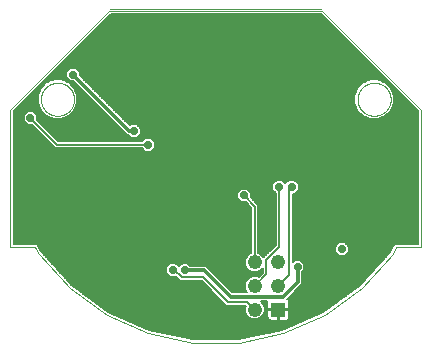
<source format=gbl>
G75*
%MOIN*%
%OFA0B0*%
%FSLAX25Y25*%
%IPPOS*%
%LPD*%
%AMOC8*
5,1,8,0,0,1.08239X$1,22.5*
%
%ADD10C,0.00000*%
%ADD11R,0.04800X0.04800*%
%ADD12C,0.04800*%
%ADD13C,0.11811*%
%ADD14C,0.02781*%
%ADD15C,0.03962*%
%ADD16C,0.04000*%
%ADD17C,0.00591*%
%ADD18C,0.01181*%
%ADD19C,0.00787*%
D10*
X0037313Y0048654D02*
X0051223Y0042461D01*
X0066117Y0039295D01*
X0081344Y0039295D01*
X0096237Y0042461D01*
X0110148Y0048654D01*
X0122466Y0057604D01*
X0132655Y0068919D01*
X0133959Y0071179D01*
X0142234Y0071179D01*
X0142234Y0116849D01*
X0109163Y0149919D01*
X0038297Y0149919D01*
X0005226Y0116849D01*
X0005226Y0071179D01*
X0013501Y0071179D01*
X0014806Y0068919D01*
X0024994Y0057604D01*
X0037313Y0048654D01*
X0015462Y0120412D02*
X0015464Y0120560D01*
X0015470Y0120708D01*
X0015480Y0120856D01*
X0015494Y0121003D01*
X0015512Y0121150D01*
X0015533Y0121296D01*
X0015559Y0121442D01*
X0015589Y0121587D01*
X0015622Y0121731D01*
X0015660Y0121874D01*
X0015701Y0122016D01*
X0015746Y0122157D01*
X0015794Y0122297D01*
X0015847Y0122436D01*
X0015903Y0122573D01*
X0015963Y0122708D01*
X0016026Y0122842D01*
X0016093Y0122974D01*
X0016164Y0123104D01*
X0016238Y0123232D01*
X0016315Y0123358D01*
X0016396Y0123482D01*
X0016480Y0123604D01*
X0016567Y0123723D01*
X0016658Y0123840D01*
X0016752Y0123955D01*
X0016848Y0124067D01*
X0016948Y0124177D01*
X0017050Y0124283D01*
X0017156Y0124387D01*
X0017264Y0124488D01*
X0017375Y0124586D01*
X0017488Y0124682D01*
X0017604Y0124774D01*
X0017722Y0124863D01*
X0017843Y0124948D01*
X0017966Y0125031D01*
X0018091Y0125110D01*
X0018218Y0125186D01*
X0018347Y0125258D01*
X0018478Y0125327D01*
X0018611Y0125392D01*
X0018746Y0125453D01*
X0018882Y0125511D01*
X0019019Y0125566D01*
X0019158Y0125616D01*
X0019299Y0125663D01*
X0019440Y0125706D01*
X0019583Y0125746D01*
X0019727Y0125781D01*
X0019871Y0125813D01*
X0020017Y0125840D01*
X0020163Y0125864D01*
X0020310Y0125884D01*
X0020457Y0125900D01*
X0020604Y0125912D01*
X0020752Y0125920D01*
X0020900Y0125924D01*
X0021048Y0125924D01*
X0021196Y0125920D01*
X0021344Y0125912D01*
X0021491Y0125900D01*
X0021638Y0125884D01*
X0021785Y0125864D01*
X0021931Y0125840D01*
X0022077Y0125813D01*
X0022221Y0125781D01*
X0022365Y0125746D01*
X0022508Y0125706D01*
X0022649Y0125663D01*
X0022790Y0125616D01*
X0022929Y0125566D01*
X0023066Y0125511D01*
X0023202Y0125453D01*
X0023337Y0125392D01*
X0023470Y0125327D01*
X0023601Y0125258D01*
X0023730Y0125186D01*
X0023857Y0125110D01*
X0023982Y0125031D01*
X0024105Y0124948D01*
X0024226Y0124863D01*
X0024344Y0124774D01*
X0024460Y0124682D01*
X0024573Y0124586D01*
X0024684Y0124488D01*
X0024792Y0124387D01*
X0024898Y0124283D01*
X0025000Y0124177D01*
X0025100Y0124067D01*
X0025196Y0123955D01*
X0025290Y0123840D01*
X0025381Y0123723D01*
X0025468Y0123604D01*
X0025552Y0123482D01*
X0025633Y0123358D01*
X0025710Y0123232D01*
X0025784Y0123104D01*
X0025855Y0122974D01*
X0025922Y0122842D01*
X0025985Y0122708D01*
X0026045Y0122573D01*
X0026101Y0122436D01*
X0026154Y0122297D01*
X0026202Y0122157D01*
X0026247Y0122016D01*
X0026288Y0121874D01*
X0026326Y0121731D01*
X0026359Y0121587D01*
X0026389Y0121442D01*
X0026415Y0121296D01*
X0026436Y0121150D01*
X0026454Y0121003D01*
X0026468Y0120856D01*
X0026478Y0120708D01*
X0026484Y0120560D01*
X0026486Y0120412D01*
X0026484Y0120264D01*
X0026478Y0120116D01*
X0026468Y0119968D01*
X0026454Y0119821D01*
X0026436Y0119674D01*
X0026415Y0119528D01*
X0026389Y0119382D01*
X0026359Y0119237D01*
X0026326Y0119093D01*
X0026288Y0118950D01*
X0026247Y0118808D01*
X0026202Y0118667D01*
X0026154Y0118527D01*
X0026101Y0118388D01*
X0026045Y0118251D01*
X0025985Y0118116D01*
X0025922Y0117982D01*
X0025855Y0117850D01*
X0025784Y0117720D01*
X0025710Y0117592D01*
X0025633Y0117466D01*
X0025552Y0117342D01*
X0025468Y0117220D01*
X0025381Y0117101D01*
X0025290Y0116984D01*
X0025196Y0116869D01*
X0025100Y0116757D01*
X0025000Y0116647D01*
X0024898Y0116541D01*
X0024792Y0116437D01*
X0024684Y0116336D01*
X0024573Y0116238D01*
X0024460Y0116142D01*
X0024344Y0116050D01*
X0024226Y0115961D01*
X0024105Y0115876D01*
X0023982Y0115793D01*
X0023857Y0115714D01*
X0023730Y0115638D01*
X0023601Y0115566D01*
X0023470Y0115497D01*
X0023337Y0115432D01*
X0023202Y0115371D01*
X0023066Y0115313D01*
X0022929Y0115258D01*
X0022790Y0115208D01*
X0022649Y0115161D01*
X0022508Y0115118D01*
X0022365Y0115078D01*
X0022221Y0115043D01*
X0022077Y0115011D01*
X0021931Y0114984D01*
X0021785Y0114960D01*
X0021638Y0114940D01*
X0021491Y0114924D01*
X0021344Y0114912D01*
X0021196Y0114904D01*
X0021048Y0114900D01*
X0020900Y0114900D01*
X0020752Y0114904D01*
X0020604Y0114912D01*
X0020457Y0114924D01*
X0020310Y0114940D01*
X0020163Y0114960D01*
X0020017Y0114984D01*
X0019871Y0115011D01*
X0019727Y0115043D01*
X0019583Y0115078D01*
X0019440Y0115118D01*
X0019299Y0115161D01*
X0019158Y0115208D01*
X0019019Y0115258D01*
X0018882Y0115313D01*
X0018746Y0115371D01*
X0018611Y0115432D01*
X0018478Y0115497D01*
X0018347Y0115566D01*
X0018218Y0115638D01*
X0018091Y0115714D01*
X0017966Y0115793D01*
X0017843Y0115876D01*
X0017722Y0115961D01*
X0017604Y0116050D01*
X0017488Y0116142D01*
X0017375Y0116238D01*
X0017264Y0116336D01*
X0017156Y0116437D01*
X0017050Y0116541D01*
X0016948Y0116647D01*
X0016848Y0116757D01*
X0016752Y0116869D01*
X0016658Y0116984D01*
X0016567Y0117101D01*
X0016480Y0117220D01*
X0016396Y0117342D01*
X0016315Y0117466D01*
X0016238Y0117592D01*
X0016164Y0117720D01*
X0016093Y0117850D01*
X0016026Y0117982D01*
X0015963Y0118116D01*
X0015903Y0118251D01*
X0015847Y0118388D01*
X0015794Y0118527D01*
X0015746Y0118667D01*
X0015701Y0118808D01*
X0015660Y0118950D01*
X0015622Y0119093D01*
X0015589Y0119237D01*
X0015559Y0119382D01*
X0015533Y0119528D01*
X0015512Y0119674D01*
X0015494Y0119821D01*
X0015480Y0119968D01*
X0015470Y0120116D01*
X0015464Y0120264D01*
X0015462Y0120412D01*
X0038612Y0150628D02*
X0108691Y0150628D01*
X0120994Y0120412D02*
X0120996Y0120560D01*
X0121002Y0120708D01*
X0121012Y0120856D01*
X0121026Y0121003D01*
X0121044Y0121150D01*
X0121065Y0121296D01*
X0121091Y0121442D01*
X0121121Y0121587D01*
X0121154Y0121731D01*
X0121192Y0121874D01*
X0121233Y0122016D01*
X0121278Y0122157D01*
X0121326Y0122297D01*
X0121379Y0122436D01*
X0121435Y0122573D01*
X0121495Y0122708D01*
X0121558Y0122842D01*
X0121625Y0122974D01*
X0121696Y0123104D01*
X0121770Y0123232D01*
X0121847Y0123358D01*
X0121928Y0123482D01*
X0122012Y0123604D01*
X0122099Y0123723D01*
X0122190Y0123840D01*
X0122284Y0123955D01*
X0122380Y0124067D01*
X0122480Y0124177D01*
X0122582Y0124283D01*
X0122688Y0124387D01*
X0122796Y0124488D01*
X0122907Y0124586D01*
X0123020Y0124682D01*
X0123136Y0124774D01*
X0123254Y0124863D01*
X0123375Y0124948D01*
X0123498Y0125031D01*
X0123623Y0125110D01*
X0123750Y0125186D01*
X0123879Y0125258D01*
X0124010Y0125327D01*
X0124143Y0125392D01*
X0124278Y0125453D01*
X0124414Y0125511D01*
X0124551Y0125566D01*
X0124690Y0125616D01*
X0124831Y0125663D01*
X0124972Y0125706D01*
X0125115Y0125746D01*
X0125259Y0125781D01*
X0125403Y0125813D01*
X0125549Y0125840D01*
X0125695Y0125864D01*
X0125842Y0125884D01*
X0125989Y0125900D01*
X0126136Y0125912D01*
X0126284Y0125920D01*
X0126432Y0125924D01*
X0126580Y0125924D01*
X0126728Y0125920D01*
X0126876Y0125912D01*
X0127023Y0125900D01*
X0127170Y0125884D01*
X0127317Y0125864D01*
X0127463Y0125840D01*
X0127609Y0125813D01*
X0127753Y0125781D01*
X0127897Y0125746D01*
X0128040Y0125706D01*
X0128181Y0125663D01*
X0128322Y0125616D01*
X0128461Y0125566D01*
X0128598Y0125511D01*
X0128734Y0125453D01*
X0128869Y0125392D01*
X0129002Y0125327D01*
X0129133Y0125258D01*
X0129262Y0125186D01*
X0129389Y0125110D01*
X0129514Y0125031D01*
X0129637Y0124948D01*
X0129758Y0124863D01*
X0129876Y0124774D01*
X0129992Y0124682D01*
X0130105Y0124586D01*
X0130216Y0124488D01*
X0130324Y0124387D01*
X0130430Y0124283D01*
X0130532Y0124177D01*
X0130632Y0124067D01*
X0130728Y0123955D01*
X0130822Y0123840D01*
X0130913Y0123723D01*
X0131000Y0123604D01*
X0131084Y0123482D01*
X0131165Y0123358D01*
X0131242Y0123232D01*
X0131316Y0123104D01*
X0131387Y0122974D01*
X0131454Y0122842D01*
X0131517Y0122708D01*
X0131577Y0122573D01*
X0131633Y0122436D01*
X0131686Y0122297D01*
X0131734Y0122157D01*
X0131779Y0122016D01*
X0131820Y0121874D01*
X0131858Y0121731D01*
X0131891Y0121587D01*
X0131921Y0121442D01*
X0131947Y0121296D01*
X0131968Y0121150D01*
X0131986Y0121003D01*
X0132000Y0120856D01*
X0132010Y0120708D01*
X0132016Y0120560D01*
X0132018Y0120412D01*
X0132016Y0120264D01*
X0132010Y0120116D01*
X0132000Y0119968D01*
X0131986Y0119821D01*
X0131968Y0119674D01*
X0131947Y0119528D01*
X0131921Y0119382D01*
X0131891Y0119237D01*
X0131858Y0119093D01*
X0131820Y0118950D01*
X0131779Y0118808D01*
X0131734Y0118667D01*
X0131686Y0118527D01*
X0131633Y0118388D01*
X0131577Y0118251D01*
X0131517Y0118116D01*
X0131454Y0117982D01*
X0131387Y0117850D01*
X0131316Y0117720D01*
X0131242Y0117592D01*
X0131165Y0117466D01*
X0131084Y0117342D01*
X0131000Y0117220D01*
X0130913Y0117101D01*
X0130822Y0116984D01*
X0130728Y0116869D01*
X0130632Y0116757D01*
X0130532Y0116647D01*
X0130430Y0116541D01*
X0130324Y0116437D01*
X0130216Y0116336D01*
X0130105Y0116238D01*
X0129992Y0116142D01*
X0129876Y0116050D01*
X0129758Y0115961D01*
X0129637Y0115876D01*
X0129514Y0115793D01*
X0129389Y0115714D01*
X0129262Y0115638D01*
X0129133Y0115566D01*
X0129002Y0115497D01*
X0128869Y0115432D01*
X0128734Y0115371D01*
X0128598Y0115313D01*
X0128461Y0115258D01*
X0128322Y0115208D01*
X0128181Y0115161D01*
X0128040Y0115118D01*
X0127897Y0115078D01*
X0127753Y0115043D01*
X0127609Y0115011D01*
X0127463Y0114984D01*
X0127317Y0114960D01*
X0127170Y0114940D01*
X0127023Y0114924D01*
X0126876Y0114912D01*
X0126728Y0114904D01*
X0126580Y0114900D01*
X0126432Y0114900D01*
X0126284Y0114904D01*
X0126136Y0114912D01*
X0125989Y0114924D01*
X0125842Y0114940D01*
X0125695Y0114960D01*
X0125549Y0114984D01*
X0125403Y0115011D01*
X0125259Y0115043D01*
X0125115Y0115078D01*
X0124972Y0115118D01*
X0124831Y0115161D01*
X0124690Y0115208D01*
X0124551Y0115258D01*
X0124414Y0115313D01*
X0124278Y0115371D01*
X0124143Y0115432D01*
X0124010Y0115497D01*
X0123879Y0115566D01*
X0123750Y0115638D01*
X0123623Y0115714D01*
X0123498Y0115793D01*
X0123375Y0115876D01*
X0123254Y0115961D01*
X0123136Y0116050D01*
X0123020Y0116142D01*
X0122907Y0116238D01*
X0122796Y0116336D01*
X0122688Y0116437D01*
X0122582Y0116541D01*
X0122480Y0116647D01*
X0122380Y0116757D01*
X0122284Y0116869D01*
X0122190Y0116984D01*
X0122099Y0117101D01*
X0122012Y0117220D01*
X0121928Y0117342D01*
X0121847Y0117466D01*
X0121770Y0117592D01*
X0121696Y0117720D01*
X0121625Y0117850D01*
X0121558Y0117982D01*
X0121495Y0118116D01*
X0121435Y0118251D01*
X0121379Y0118388D01*
X0121326Y0118527D01*
X0121278Y0118667D01*
X0121233Y0118808D01*
X0121192Y0118950D01*
X0121154Y0119093D01*
X0121121Y0119237D01*
X0121091Y0119382D01*
X0121065Y0119528D01*
X0121044Y0119674D01*
X0121026Y0119821D01*
X0121012Y0119968D01*
X0121002Y0120116D01*
X0120996Y0120264D01*
X0120994Y0120412D01*
D11*
X0094596Y0050313D03*
D12*
X0086722Y0050313D03*
X0086722Y0058187D03*
X0086722Y0066061D03*
X0094596Y0066061D03*
X0094596Y0058187D03*
D13*
X0073730Y0115667D03*
D14*
X0072510Y0093856D03*
X0083041Y0088345D03*
X0089478Y0090372D03*
X0094892Y0091160D03*
X0099026Y0091258D03*
X0102667Y0082104D03*
X0115207Y0087478D03*
X0114675Y0095037D03*
X0115148Y0115825D03*
X0103652Y0121671D03*
X0114616Y0140746D03*
X0102864Y0147203D03*
X0087923Y0147203D03*
X0072982Y0146986D03*
X0058809Y0146986D03*
X0044813Y0147262D03*
X0043927Y0142695D03*
X0043691Y0130530D03*
X0052136Y0115707D03*
X0046368Y0109860D03*
X0051191Y0105234D03*
X0049951Y0101179D03*
X0043514Y0102124D03*
X0031998Y0101534D03*
X0031939Y0108325D03*
X0032096Y0116356D03*
X0028356Y0116356D03*
X0026053Y0128660D03*
X0024852Y0132242D03*
X0011919Y0114093D03*
X0007923Y0115904D03*
X0020778Y0099132D03*
X0007549Y0092439D03*
X0008159Y0073778D03*
X0025994Y0076494D03*
X0026093Y0065274D03*
X0033770Y0055431D03*
X0051289Y0069703D03*
X0059360Y0063600D03*
X0063494Y0063502D03*
X0070384Y0052675D03*
X0073927Y0052675D03*
X0064577Y0046179D03*
X0054144Y0044368D03*
X0080915Y0063600D03*
X0081486Y0069171D03*
X0100994Y0064486D03*
X0106112Y0054053D03*
X0102333Y0048069D03*
X0114793Y0055116D03*
X0125659Y0064860D03*
X0115758Y0070392D03*
X0139951Y0073778D03*
X0139459Y0094624D03*
X0131801Y0110943D03*
X0139459Y0114821D03*
X0126132Y0129112D03*
X0086762Y0043167D03*
X0051073Y0081278D03*
D15*
X0031703Y0070490D03*
X0131998Y0096868D03*
D16*
X0057963Y0096868D01*
X0031663Y0070569D01*
D17*
X0024035Y0060306D02*
X0061363Y0060306D01*
X0061897Y0059772D02*
X0069043Y0059772D01*
X0077192Y0051623D01*
X0083590Y0051623D01*
X0083666Y0051546D01*
X0083427Y0050969D01*
X0083427Y0049658D01*
X0083929Y0048446D01*
X0084856Y0047519D01*
X0086067Y0047018D01*
X0087378Y0047018D01*
X0088589Y0047519D01*
X0089516Y0048446D01*
X0090018Y0049658D01*
X0090018Y0050969D01*
X0089516Y0052180D01*
X0088636Y0053060D01*
X0090948Y0053060D01*
X0090901Y0052884D01*
X0090901Y0050608D01*
X0094301Y0050608D01*
X0094301Y0050018D01*
X0090901Y0050018D01*
X0090901Y0047743D01*
X0090989Y0047413D01*
X0091160Y0047118D01*
X0091401Y0046877D01*
X0091696Y0046706D01*
X0092026Y0046618D01*
X0094301Y0046618D01*
X0094301Y0050018D01*
X0094892Y0050018D01*
X0094892Y0050608D01*
X0098292Y0050608D01*
X0098292Y0052884D01*
X0098203Y0053213D01*
X0098033Y0053508D01*
X0097792Y0053750D01*
X0097592Y0053865D01*
X0097657Y0053930D01*
X0101610Y0057882D01*
X0102480Y0058753D01*
X0102480Y0062739D01*
X0103280Y0063539D01*
X0103280Y0065433D01*
X0101941Y0066772D01*
X0100047Y0066772D01*
X0099429Y0066154D01*
X0099429Y0088972D01*
X0099972Y0088972D01*
X0101311Y0090311D01*
X0101311Y0092205D01*
X0099972Y0093544D01*
X0098079Y0093544D01*
X0096909Y0092374D01*
X0095839Y0093445D01*
X0093945Y0093445D01*
X0092606Y0092106D01*
X0092606Y0090213D01*
X0093701Y0089117D01*
X0093701Y0071771D01*
X0089616Y0067686D01*
X0089516Y0067928D01*
X0088589Y0068855D01*
X0087913Y0069135D01*
X0087913Y0085157D01*
X0085327Y0087742D01*
X0085327Y0089291D01*
X0083988Y0090630D01*
X0082095Y0090630D01*
X0080756Y0089291D01*
X0080756Y0087398D01*
X0082095Y0086059D01*
X0083643Y0086059D01*
X0085532Y0084170D01*
X0085532Y0069135D01*
X0084856Y0068855D01*
X0083929Y0067928D01*
X0083427Y0066717D01*
X0083427Y0065406D01*
X0083929Y0064194D01*
X0084856Y0063268D01*
X0086067Y0062766D01*
X0087378Y0062766D01*
X0088589Y0063268D01*
X0089370Y0064049D01*
X0089370Y0062519D01*
X0088054Y0061202D01*
X0087378Y0061482D01*
X0086067Y0061482D01*
X0084856Y0060981D01*
X0083929Y0060054D01*
X0083427Y0058843D01*
X0083427Y0057532D01*
X0083929Y0056320D01*
X0084218Y0056031D01*
X0079267Y0056031D01*
X0071181Y0064117D01*
X0070310Y0064988D01*
X0065241Y0064988D01*
X0064441Y0065788D01*
X0062547Y0065788D01*
X0061476Y0064717D01*
X0060307Y0065886D01*
X0058413Y0065886D01*
X0057074Y0064547D01*
X0057074Y0062654D01*
X0058413Y0061315D01*
X0060307Y0061315D01*
X0060331Y0061338D01*
X0061897Y0059772D01*
X0060774Y0060895D02*
X0023504Y0060895D01*
X0022974Y0061484D02*
X0058244Y0061484D01*
X0057655Y0062073D02*
X0022444Y0062073D01*
X0021913Y0062663D02*
X0057074Y0062663D01*
X0057074Y0063252D02*
X0021383Y0063252D01*
X0020853Y0063841D02*
X0057074Y0063841D01*
X0057074Y0064430D02*
X0020322Y0064430D01*
X0019792Y0065019D02*
X0057546Y0065019D01*
X0058135Y0065608D02*
X0019261Y0065608D01*
X0018731Y0066197D02*
X0083427Y0066197D01*
X0083427Y0065608D02*
X0064621Y0065608D01*
X0065210Y0065019D02*
X0083587Y0065019D01*
X0083831Y0064430D02*
X0070868Y0064430D01*
X0071458Y0063841D02*
X0084283Y0063841D01*
X0084894Y0063252D02*
X0072047Y0063252D01*
X0072636Y0062663D02*
X0089370Y0062663D01*
X0089370Y0063252D02*
X0088551Y0063252D01*
X0089162Y0063841D02*
X0089370Y0063841D01*
X0088925Y0062073D02*
X0073225Y0062073D01*
X0073814Y0061484D02*
X0088336Y0061484D01*
X0090561Y0062026D02*
X0086722Y0058187D01*
X0084770Y0060895D02*
X0074403Y0060895D01*
X0074992Y0060306D02*
X0084181Y0060306D01*
X0083789Y0059717D02*
X0075581Y0059717D01*
X0076170Y0059128D02*
X0083545Y0059128D01*
X0083427Y0058539D02*
X0076759Y0058539D01*
X0077348Y0057950D02*
X0083427Y0057950D01*
X0083498Y0057361D02*
X0077937Y0057361D01*
X0078526Y0056772D02*
X0083742Y0056772D01*
X0084066Y0056183D02*
X0079115Y0056183D01*
X0076166Y0052648D02*
X0033678Y0052648D01*
X0034489Y0052059D02*
X0076756Y0052059D01*
X0075577Y0053238D02*
X0032867Y0053238D01*
X0032056Y0053827D02*
X0074988Y0053827D01*
X0074399Y0054416D02*
X0031246Y0054416D01*
X0030435Y0055005D02*
X0073810Y0055005D01*
X0073221Y0055594D02*
X0029624Y0055594D01*
X0028813Y0056183D02*
X0072632Y0056183D01*
X0072043Y0056772D02*
X0028003Y0056772D01*
X0027192Y0057361D02*
X0071454Y0057361D01*
X0070865Y0057950D02*
X0026381Y0057950D01*
X0025731Y0058422D02*
X0015697Y0069567D01*
X0014596Y0071473D01*
X0014596Y0071633D01*
X0014378Y0071852D01*
X0014223Y0072120D01*
X0014068Y0072161D01*
X0013955Y0072274D01*
X0013645Y0072274D01*
X0013346Y0072355D01*
X0013208Y0072274D01*
X0006322Y0072274D01*
X0006322Y0116395D01*
X0038751Y0148824D01*
X0108710Y0148824D01*
X0141139Y0116395D01*
X0141139Y0072274D01*
X0134253Y0072274D01*
X0134114Y0072355D01*
X0133815Y0072274D01*
X0133506Y0072274D01*
X0133392Y0072161D01*
X0133238Y0072120D01*
X0133083Y0071852D01*
X0132864Y0071633D01*
X0132864Y0071473D01*
X0131764Y0069567D01*
X0121729Y0058422D01*
X0109597Y0049607D01*
X0095897Y0043508D01*
X0081228Y0040390D01*
X0066232Y0040390D01*
X0051564Y0043508D01*
X0037864Y0049607D01*
X0025731Y0058422D01*
X0025626Y0058539D02*
X0070276Y0058539D01*
X0069687Y0059128D02*
X0025096Y0059128D01*
X0024565Y0059717D02*
X0069098Y0059717D01*
X0062367Y0065608D02*
X0060585Y0065608D01*
X0061175Y0065019D02*
X0061778Y0065019D01*
X0048233Y0044991D02*
X0099227Y0044991D01*
X0097904Y0044402D02*
X0049557Y0044402D01*
X0050880Y0043813D02*
X0096581Y0043813D01*
X0097167Y0046618D02*
X0094892Y0046618D01*
X0094892Y0050018D01*
X0098292Y0050018D01*
X0098292Y0047743D01*
X0098203Y0047413D01*
X0098033Y0047118D01*
X0097792Y0046877D01*
X0097496Y0046706D01*
X0097167Y0046618D01*
X0097586Y0046758D02*
X0103197Y0046758D01*
X0104520Y0047347D02*
X0098165Y0047347D01*
X0098292Y0047936D02*
X0105843Y0047936D01*
X0107166Y0048525D02*
X0098292Y0048525D01*
X0098292Y0049114D02*
X0108489Y0049114D01*
X0109729Y0049703D02*
X0098292Y0049703D01*
X0098292Y0050881D02*
X0111350Y0050881D01*
X0110540Y0050292D02*
X0094892Y0050292D01*
X0094892Y0049703D02*
X0094301Y0049703D01*
X0094301Y0049114D02*
X0094892Y0049114D01*
X0094892Y0048525D02*
X0094301Y0048525D01*
X0094301Y0047936D02*
X0094892Y0047936D01*
X0094892Y0047347D02*
X0094301Y0047347D01*
X0094301Y0046758D02*
X0094892Y0046758D01*
X0094301Y0050292D02*
X0090018Y0050292D01*
X0090018Y0049703D02*
X0090901Y0049703D01*
X0090901Y0049114D02*
X0089793Y0049114D01*
X0089549Y0048525D02*
X0090901Y0048525D01*
X0090901Y0047936D02*
X0089006Y0047936D01*
X0088172Y0047347D02*
X0091028Y0047347D01*
X0091607Y0046758D02*
X0044264Y0046758D01*
X0042941Y0047347D02*
X0085272Y0047347D01*
X0084439Y0047936D02*
X0041618Y0047936D01*
X0040295Y0048525D02*
X0083896Y0048525D01*
X0083652Y0049114D02*
X0038972Y0049114D01*
X0037732Y0049703D02*
X0083427Y0049703D01*
X0083427Y0050292D02*
X0036921Y0050292D01*
X0036110Y0050881D02*
X0083427Y0050881D01*
X0083635Y0051470D02*
X0035299Y0051470D01*
X0045587Y0046169D02*
X0101873Y0046169D01*
X0100550Y0045580D02*
X0046910Y0045580D01*
X0052902Y0043223D02*
X0094558Y0043223D01*
X0091787Y0042634D02*
X0055673Y0042634D01*
X0058444Y0042045D02*
X0089016Y0042045D01*
X0086245Y0041456D02*
X0061215Y0041456D01*
X0063986Y0040867D02*
X0083474Y0040867D01*
X0090018Y0050881D02*
X0090901Y0050881D01*
X0090901Y0051470D02*
X0089810Y0051470D01*
X0089566Y0052059D02*
X0090901Y0052059D01*
X0090901Y0052648D02*
X0089047Y0052648D01*
X0094596Y0058187D02*
X0098238Y0061829D01*
X0098238Y0090471D01*
X0099026Y0091258D01*
X0097240Y0092705D02*
X0096579Y0092705D01*
X0095990Y0093294D02*
X0097829Y0093294D01*
X0100222Y0093294D02*
X0141139Y0093294D01*
X0141139Y0093883D02*
X0006322Y0093883D01*
X0006322Y0094472D02*
X0141139Y0094472D01*
X0141139Y0095061D02*
X0006322Y0095061D01*
X0006322Y0095650D02*
X0141139Y0095650D01*
X0141139Y0096239D02*
X0006322Y0096239D01*
X0006322Y0096828D02*
X0141139Y0096828D01*
X0141139Y0097417D02*
X0006322Y0097417D01*
X0006322Y0098006D02*
X0141139Y0098006D01*
X0141139Y0098595D02*
X0006322Y0098595D01*
X0006322Y0099184D02*
X0141139Y0099184D01*
X0141139Y0099773D02*
X0006322Y0099773D01*
X0006322Y0100363D02*
X0141139Y0100363D01*
X0141139Y0100952D02*
X0006322Y0100952D01*
X0006322Y0101541D02*
X0141139Y0101541D01*
X0141139Y0102130D02*
X0006322Y0102130D01*
X0006322Y0102719D02*
X0141139Y0102719D01*
X0141139Y0103308D02*
X0052497Y0103308D01*
X0052138Y0102949D02*
X0053477Y0104288D01*
X0053477Y0106181D01*
X0052138Y0107520D01*
X0050244Y0107520D01*
X0049149Y0106425D01*
X0021271Y0106425D01*
X0014205Y0113490D01*
X0014205Y0115039D01*
X0012866Y0116378D01*
X0010972Y0116378D01*
X0009633Y0115039D01*
X0009633Y0113146D01*
X0010972Y0111807D01*
X0012521Y0111807D01*
X0020284Y0104044D01*
X0049149Y0104044D01*
X0050244Y0102949D01*
X0052138Y0102949D01*
X0053086Y0103897D02*
X0141139Y0103897D01*
X0141139Y0104486D02*
X0053477Y0104486D01*
X0053477Y0105075D02*
X0141139Y0105075D01*
X0141139Y0105664D02*
X0053477Y0105664D01*
X0053405Y0106253D02*
X0141139Y0106253D01*
X0141139Y0106842D02*
X0052816Y0106842D01*
X0052227Y0107431D02*
X0141139Y0107431D01*
X0141139Y0108020D02*
X0047761Y0108020D01*
X0047315Y0107574D02*
X0048654Y0108913D01*
X0048654Y0110807D01*
X0047315Y0112146D01*
X0045421Y0112146D01*
X0045045Y0111769D01*
X0028339Y0128475D01*
X0028339Y0129606D01*
X0027000Y0130945D01*
X0025106Y0130945D01*
X0023767Y0129606D01*
X0023767Y0127713D01*
X0025106Y0126374D01*
X0026238Y0126374D01*
X0043367Y0109245D01*
X0044237Y0108374D01*
X0044621Y0108374D01*
X0045421Y0107574D01*
X0047315Y0107574D01*
X0048350Y0108609D02*
X0141139Y0108609D01*
X0141139Y0109198D02*
X0048654Y0109198D01*
X0048654Y0109788D02*
X0141139Y0109788D01*
X0141139Y0110377D02*
X0048654Y0110377D01*
X0048495Y0110966D02*
X0141139Y0110966D01*
X0141139Y0111555D02*
X0047906Y0111555D01*
X0047317Y0112144D02*
X0141139Y0112144D01*
X0141139Y0112733D02*
X0044081Y0112733D01*
X0043492Y0113322D02*
X0141139Y0113322D01*
X0141139Y0113911D02*
X0128077Y0113911D01*
X0127820Y0113804D02*
X0130249Y0114810D01*
X0132107Y0116669D01*
X0133113Y0119097D01*
X0133113Y0121726D01*
X0132107Y0124154D01*
X0130249Y0126013D01*
X0127820Y0127019D01*
X0125192Y0127019D01*
X0122763Y0126013D01*
X0120905Y0124154D01*
X0119899Y0121726D01*
X0119899Y0119097D01*
X0120905Y0116669D01*
X0122763Y0114810D01*
X0125192Y0113804D01*
X0127820Y0113804D01*
X0129500Y0114500D02*
X0141139Y0114500D01*
X0141139Y0115089D02*
X0130527Y0115089D01*
X0131116Y0115678D02*
X0141139Y0115678D01*
X0141139Y0116267D02*
X0131705Y0116267D01*
X0132185Y0116856D02*
X0140677Y0116856D01*
X0140088Y0117445D02*
X0132429Y0117445D01*
X0132673Y0118034D02*
X0139499Y0118034D01*
X0138910Y0118623D02*
X0132917Y0118623D01*
X0133113Y0119213D02*
X0138321Y0119213D01*
X0137732Y0119802D02*
X0133113Y0119802D01*
X0133113Y0120391D02*
X0137143Y0120391D01*
X0136554Y0120980D02*
X0133113Y0120980D01*
X0133113Y0121569D02*
X0135965Y0121569D01*
X0135376Y0122158D02*
X0132934Y0122158D01*
X0132690Y0122747D02*
X0134787Y0122747D01*
X0134198Y0123336D02*
X0132446Y0123336D01*
X0132202Y0123925D02*
X0133609Y0123925D01*
X0133020Y0124514D02*
X0131747Y0124514D01*
X0131158Y0125103D02*
X0132431Y0125103D01*
X0131842Y0125692D02*
X0130569Y0125692D01*
X0131252Y0126281D02*
X0129600Y0126281D01*
X0130663Y0126870D02*
X0128178Y0126870D01*
X0129485Y0128048D02*
X0028765Y0128048D01*
X0028339Y0128638D02*
X0128896Y0128638D01*
X0128307Y0129227D02*
X0028339Y0129227D01*
X0028130Y0129816D02*
X0127718Y0129816D01*
X0127129Y0130405D02*
X0027541Y0130405D01*
X0029355Y0127459D02*
X0130074Y0127459D01*
X0126540Y0130994D02*
X0020921Y0130994D01*
X0021510Y0131583D02*
X0125951Y0131583D01*
X0125362Y0132172D02*
X0022099Y0132172D01*
X0022688Y0132761D02*
X0124773Y0132761D01*
X0124184Y0133350D02*
X0023277Y0133350D01*
X0023866Y0133939D02*
X0123595Y0133939D01*
X0123006Y0134528D02*
X0024455Y0134528D01*
X0025044Y0135117D02*
X0122417Y0135117D01*
X0121827Y0135706D02*
X0025633Y0135706D01*
X0026222Y0136295D02*
X0121238Y0136295D01*
X0120649Y0136884D02*
X0026811Y0136884D01*
X0027400Y0137473D02*
X0120060Y0137473D01*
X0119471Y0138063D02*
X0027989Y0138063D01*
X0028578Y0138652D02*
X0118882Y0138652D01*
X0118293Y0139241D02*
X0029168Y0139241D01*
X0029757Y0139830D02*
X0117704Y0139830D01*
X0117115Y0140419D02*
X0030346Y0140419D01*
X0030935Y0141008D02*
X0116526Y0141008D01*
X0115937Y0141597D02*
X0031524Y0141597D01*
X0032113Y0142186D02*
X0115348Y0142186D01*
X0114759Y0142775D02*
X0032702Y0142775D01*
X0033291Y0143364D02*
X0114170Y0143364D01*
X0113581Y0143953D02*
X0033880Y0143953D01*
X0034469Y0144542D02*
X0112991Y0144542D01*
X0112402Y0145131D02*
X0035058Y0145131D01*
X0035647Y0145720D02*
X0111813Y0145720D01*
X0111224Y0146309D02*
X0036236Y0146309D01*
X0036825Y0146898D02*
X0110635Y0146898D01*
X0110046Y0147488D02*
X0037414Y0147488D01*
X0038003Y0148077D02*
X0109457Y0148077D01*
X0108868Y0148666D02*
X0038593Y0148666D01*
X0024566Y0130405D02*
X0020332Y0130405D01*
X0019743Y0129816D02*
X0023977Y0129816D01*
X0023767Y0129227D02*
X0019153Y0129227D01*
X0018564Y0128638D02*
X0023767Y0128638D01*
X0023767Y0128048D02*
X0017975Y0128048D01*
X0017386Y0127459D02*
X0024021Y0127459D01*
X0024610Y0126870D02*
X0022646Y0126870D01*
X0022289Y0127019D02*
X0019660Y0127019D01*
X0017232Y0126013D01*
X0015373Y0124154D01*
X0014367Y0121726D01*
X0014367Y0119097D01*
X0015373Y0116669D01*
X0017232Y0114810D01*
X0019660Y0113804D01*
X0022289Y0113804D01*
X0024717Y0114810D01*
X0026576Y0116669D01*
X0027581Y0119097D01*
X0027581Y0121726D01*
X0026576Y0124154D01*
X0024717Y0126013D01*
X0022289Y0127019D01*
X0024069Y0126281D02*
X0026330Y0126281D01*
X0026919Y0125692D02*
X0025037Y0125692D01*
X0025627Y0125103D02*
X0027508Y0125103D01*
X0028097Y0124514D02*
X0026216Y0124514D01*
X0026670Y0123925D02*
X0028686Y0123925D01*
X0029275Y0123336D02*
X0026915Y0123336D01*
X0027159Y0122747D02*
X0029864Y0122747D01*
X0030454Y0122158D02*
X0027402Y0122158D01*
X0027581Y0121569D02*
X0031043Y0121569D01*
X0031632Y0120980D02*
X0027581Y0120980D01*
X0027581Y0120391D02*
X0032221Y0120391D01*
X0032810Y0119802D02*
X0027581Y0119802D01*
X0027581Y0119213D02*
X0033399Y0119213D01*
X0033988Y0118623D02*
X0027385Y0118623D01*
X0027141Y0118034D02*
X0034577Y0118034D01*
X0035166Y0117445D02*
X0026897Y0117445D01*
X0026653Y0116856D02*
X0035755Y0116856D01*
X0036344Y0116267D02*
X0026174Y0116267D01*
X0025585Y0115678D02*
X0036933Y0115678D01*
X0037522Y0115089D02*
X0024996Y0115089D01*
X0023968Y0114500D02*
X0038111Y0114500D01*
X0038700Y0113911D02*
X0022546Y0113911D01*
X0019403Y0113911D02*
X0014205Y0113911D01*
X0014205Y0114500D02*
X0017981Y0114500D01*
X0016953Y0115089D02*
X0014155Y0115089D01*
X0013566Y0115678D02*
X0016364Y0115678D01*
X0015775Y0116267D02*
X0012977Y0116267D01*
X0010861Y0116267D02*
X0006322Y0116267D01*
X0006322Y0115678D02*
X0010272Y0115678D01*
X0009683Y0115089D02*
X0006322Y0115089D01*
X0006322Y0114500D02*
X0009633Y0114500D01*
X0009633Y0113911D02*
X0006322Y0113911D01*
X0006322Y0113322D02*
X0009633Y0113322D01*
X0010046Y0112733D02*
X0006322Y0112733D01*
X0006322Y0112144D02*
X0010635Y0112144D01*
X0012773Y0111555D02*
X0006322Y0111555D01*
X0006322Y0110966D02*
X0013363Y0110966D01*
X0013952Y0110377D02*
X0006322Y0110377D01*
X0006322Y0109788D02*
X0014541Y0109788D01*
X0015130Y0109198D02*
X0006322Y0109198D01*
X0006322Y0108609D02*
X0015719Y0108609D01*
X0016308Y0108020D02*
X0006322Y0108020D01*
X0006322Y0107431D02*
X0016897Y0107431D01*
X0017486Y0106842D02*
X0006322Y0106842D01*
X0006322Y0106253D02*
X0018075Y0106253D01*
X0018664Y0105664D02*
X0006322Y0105664D01*
X0006322Y0105075D02*
X0019253Y0105075D01*
X0019842Y0104486D02*
X0006322Y0104486D01*
X0006322Y0103897D02*
X0049296Y0103897D01*
X0049885Y0103308D02*
X0006322Y0103308D01*
X0014374Y0113322D02*
X0039289Y0113322D01*
X0039879Y0112733D02*
X0014963Y0112733D01*
X0015552Y0112144D02*
X0040468Y0112144D01*
X0041057Y0111555D02*
X0016141Y0111555D01*
X0016730Y0110966D02*
X0041646Y0110966D01*
X0042235Y0110377D02*
X0017319Y0110377D01*
X0017908Y0109788D02*
X0042824Y0109788D01*
X0043413Y0109198D02*
X0018497Y0109198D01*
X0019086Y0108609D02*
X0044002Y0108609D01*
X0044975Y0108020D02*
X0019675Y0108020D01*
X0020264Y0107431D02*
X0050155Y0107431D01*
X0049566Y0106842D02*
X0020853Y0106842D01*
X0020778Y0105234D02*
X0011919Y0114093D01*
X0015296Y0116856D02*
X0006783Y0116856D01*
X0007372Y0117445D02*
X0015052Y0117445D01*
X0014808Y0118034D02*
X0007961Y0118034D01*
X0008550Y0118623D02*
X0014564Y0118623D01*
X0014367Y0119213D02*
X0009139Y0119213D01*
X0009728Y0119802D02*
X0014367Y0119802D01*
X0014367Y0120391D02*
X0010317Y0120391D01*
X0010907Y0120980D02*
X0014367Y0120980D01*
X0014367Y0121569D02*
X0011496Y0121569D01*
X0012085Y0122158D02*
X0014546Y0122158D01*
X0014790Y0122747D02*
X0012674Y0122747D01*
X0013263Y0123336D02*
X0015034Y0123336D01*
X0015278Y0123925D02*
X0013852Y0123925D01*
X0014441Y0124514D02*
X0015733Y0124514D01*
X0016322Y0125103D02*
X0015030Y0125103D01*
X0015619Y0125692D02*
X0016911Y0125692D01*
X0016208Y0126281D02*
X0017880Y0126281D01*
X0016797Y0126870D02*
X0019302Y0126870D01*
X0029944Y0126870D02*
X0124834Y0126870D01*
X0123412Y0126281D02*
X0030533Y0126281D01*
X0031122Y0125692D02*
X0122443Y0125692D01*
X0121854Y0125103D02*
X0031711Y0125103D01*
X0032300Y0124514D02*
X0121265Y0124514D01*
X0120810Y0123925D02*
X0032889Y0123925D01*
X0033478Y0123336D02*
X0120566Y0123336D01*
X0120322Y0122747D02*
X0034067Y0122747D01*
X0034656Y0122158D02*
X0120078Y0122158D01*
X0119899Y0121569D02*
X0035245Y0121569D01*
X0035834Y0120980D02*
X0119899Y0120980D01*
X0119899Y0120391D02*
X0036423Y0120391D01*
X0037012Y0119802D02*
X0119899Y0119802D01*
X0119899Y0119213D02*
X0037601Y0119213D01*
X0038190Y0118623D02*
X0120095Y0118623D01*
X0120339Y0118034D02*
X0038780Y0118034D01*
X0039369Y0117445D02*
X0120583Y0117445D01*
X0120827Y0116856D02*
X0039958Y0116856D01*
X0040547Y0116267D02*
X0121306Y0116267D01*
X0121895Y0115678D02*
X0041136Y0115678D01*
X0041725Y0115089D02*
X0122484Y0115089D01*
X0123512Y0114500D02*
X0042314Y0114500D01*
X0042903Y0113911D02*
X0124934Y0113911D01*
X0141139Y0092705D02*
X0100811Y0092705D01*
X0101311Y0092116D02*
X0141139Y0092116D01*
X0141139Y0091527D02*
X0101311Y0091527D01*
X0101311Y0090938D02*
X0141139Y0090938D01*
X0141139Y0090348D02*
X0101311Y0090348D01*
X0100760Y0089759D02*
X0141139Y0089759D01*
X0141139Y0089170D02*
X0100171Y0089170D01*
X0099429Y0088581D02*
X0141139Y0088581D01*
X0141139Y0087992D02*
X0099429Y0087992D01*
X0099429Y0087403D02*
X0141139Y0087403D01*
X0141139Y0086814D02*
X0099429Y0086814D01*
X0099429Y0086225D02*
X0141139Y0086225D01*
X0141139Y0085636D02*
X0099429Y0085636D01*
X0099429Y0085047D02*
X0141139Y0085047D01*
X0141139Y0084458D02*
X0099429Y0084458D01*
X0099429Y0083869D02*
X0141139Y0083869D01*
X0141139Y0083280D02*
X0099429Y0083280D01*
X0099429Y0082691D02*
X0141139Y0082691D01*
X0141139Y0082102D02*
X0099429Y0082102D01*
X0099429Y0081513D02*
X0141139Y0081513D01*
X0141139Y0080923D02*
X0099429Y0080923D01*
X0099429Y0080334D02*
X0141139Y0080334D01*
X0141139Y0079745D02*
X0099429Y0079745D01*
X0099429Y0079156D02*
X0141139Y0079156D01*
X0141139Y0078567D02*
X0099429Y0078567D01*
X0099429Y0077978D02*
X0141139Y0077978D01*
X0141139Y0077389D02*
X0099429Y0077389D01*
X0099429Y0076800D02*
X0141139Y0076800D01*
X0141139Y0076211D02*
X0099429Y0076211D01*
X0099429Y0075622D02*
X0141139Y0075622D01*
X0141139Y0075033D02*
X0099429Y0075033D01*
X0099429Y0074444D02*
X0141139Y0074444D01*
X0141139Y0073855D02*
X0099429Y0073855D01*
X0099429Y0073266D02*
X0141139Y0073266D01*
X0141139Y0072677D02*
X0116706Y0072677D01*
X0116705Y0072678D02*
X0114811Y0072678D01*
X0113472Y0071339D01*
X0113472Y0069445D01*
X0114811Y0068106D01*
X0116705Y0068106D01*
X0118044Y0069445D01*
X0118044Y0071339D01*
X0116705Y0072678D01*
X0117295Y0072088D02*
X0133219Y0072088D01*
X0132864Y0071498D02*
X0117884Y0071498D01*
X0118044Y0070909D02*
X0132539Y0070909D01*
X0132199Y0070320D02*
X0118044Y0070320D01*
X0118044Y0069731D02*
X0131859Y0069731D01*
X0131382Y0069142D02*
X0117741Y0069142D01*
X0117152Y0068553D02*
X0130851Y0068553D01*
X0130321Y0067964D02*
X0099429Y0067964D01*
X0099429Y0067375D02*
X0129790Y0067375D01*
X0129260Y0066786D02*
X0099429Y0066786D01*
X0099429Y0066197D02*
X0099472Y0066197D01*
X0099429Y0068553D02*
X0114364Y0068553D01*
X0113775Y0069142D02*
X0099429Y0069142D01*
X0099429Y0069731D02*
X0113472Y0069731D01*
X0113472Y0070320D02*
X0099429Y0070320D01*
X0099429Y0070909D02*
X0113472Y0070909D01*
X0113632Y0071498D02*
X0099429Y0071498D01*
X0099429Y0072088D02*
X0114221Y0072088D01*
X0114810Y0072677D02*
X0099429Y0072677D01*
X0094892Y0071278D02*
X0094892Y0091160D01*
X0093204Y0092705D02*
X0006322Y0092705D01*
X0006322Y0093294D02*
X0093793Y0093294D01*
X0092615Y0092116D02*
X0006322Y0092116D01*
X0006322Y0091527D02*
X0092606Y0091527D01*
X0092606Y0090938D02*
X0006322Y0090938D01*
X0006322Y0090348D02*
X0081813Y0090348D01*
X0081224Y0089759D02*
X0006322Y0089759D01*
X0006322Y0089170D02*
X0080756Y0089170D01*
X0080756Y0088581D02*
X0006322Y0088581D01*
X0006322Y0087992D02*
X0080756Y0087992D01*
X0080756Y0087403D02*
X0006322Y0087403D01*
X0006322Y0086814D02*
X0081339Y0086814D01*
X0081928Y0086225D02*
X0006322Y0086225D01*
X0006322Y0085636D02*
X0084066Y0085636D01*
X0084655Y0085047D02*
X0006322Y0085047D01*
X0006322Y0084458D02*
X0085244Y0084458D01*
X0085532Y0083869D02*
X0006322Y0083869D01*
X0006322Y0083280D02*
X0085532Y0083280D01*
X0085532Y0082691D02*
X0006322Y0082691D01*
X0006322Y0082102D02*
X0085532Y0082102D01*
X0085532Y0081513D02*
X0006322Y0081513D01*
X0006322Y0080923D02*
X0085532Y0080923D01*
X0085532Y0080334D02*
X0006322Y0080334D01*
X0006322Y0079745D02*
X0085532Y0079745D01*
X0085532Y0079156D02*
X0006322Y0079156D01*
X0006322Y0078567D02*
X0085532Y0078567D01*
X0085532Y0077978D02*
X0006322Y0077978D01*
X0006322Y0077389D02*
X0085532Y0077389D01*
X0085532Y0076800D02*
X0006322Y0076800D01*
X0006322Y0076211D02*
X0085532Y0076211D01*
X0085532Y0075622D02*
X0006322Y0075622D01*
X0006322Y0075033D02*
X0085532Y0075033D01*
X0085532Y0074444D02*
X0006322Y0074444D01*
X0006322Y0073855D02*
X0085532Y0073855D01*
X0085532Y0073266D02*
X0006322Y0073266D01*
X0006322Y0072677D02*
X0085532Y0072677D01*
X0085532Y0072088D02*
X0014241Y0072088D01*
X0014596Y0071498D02*
X0085532Y0071498D01*
X0085532Y0070909D02*
X0014922Y0070909D01*
X0015262Y0070320D02*
X0085532Y0070320D01*
X0085532Y0069731D02*
X0015602Y0069731D01*
X0016079Y0069142D02*
X0085532Y0069142D01*
X0084554Y0068553D02*
X0016609Y0068553D01*
X0017140Y0067964D02*
X0083965Y0067964D01*
X0083700Y0067375D02*
X0017670Y0067375D01*
X0018201Y0066786D02*
X0083456Y0066786D01*
X0086722Y0066061D02*
X0086722Y0084663D01*
X0083041Y0088345D01*
X0085327Y0088581D02*
X0093701Y0088581D01*
X0093701Y0087992D02*
X0085327Y0087992D01*
X0085666Y0087403D02*
X0093701Y0087403D01*
X0093701Y0086814D02*
X0086255Y0086814D01*
X0086845Y0086225D02*
X0093701Y0086225D01*
X0093701Y0085636D02*
X0087434Y0085636D01*
X0087913Y0085047D02*
X0093701Y0085047D01*
X0093701Y0084458D02*
X0087913Y0084458D01*
X0087913Y0083869D02*
X0093701Y0083869D01*
X0093701Y0083280D02*
X0087913Y0083280D01*
X0087913Y0082691D02*
X0093701Y0082691D01*
X0093701Y0082102D02*
X0087913Y0082102D01*
X0087913Y0081513D02*
X0093701Y0081513D01*
X0093701Y0080923D02*
X0087913Y0080923D01*
X0087913Y0080334D02*
X0093701Y0080334D01*
X0093701Y0079745D02*
X0087913Y0079745D01*
X0087913Y0079156D02*
X0093701Y0079156D01*
X0093701Y0078567D02*
X0087913Y0078567D01*
X0087913Y0077978D02*
X0093701Y0077978D01*
X0093701Y0077389D02*
X0087913Y0077389D01*
X0087913Y0076800D02*
X0093701Y0076800D01*
X0093701Y0076211D02*
X0087913Y0076211D01*
X0087913Y0075622D02*
X0093701Y0075622D01*
X0093701Y0075033D02*
X0087913Y0075033D01*
X0087913Y0074444D02*
X0093701Y0074444D01*
X0093701Y0073855D02*
X0087913Y0073855D01*
X0087913Y0073266D02*
X0093701Y0073266D01*
X0093701Y0072677D02*
X0087913Y0072677D01*
X0087913Y0072088D02*
X0093701Y0072088D01*
X0093429Y0071498D02*
X0087913Y0071498D01*
X0087913Y0070909D02*
X0092840Y0070909D01*
X0092251Y0070320D02*
X0087913Y0070320D01*
X0087913Y0069731D02*
X0091662Y0069731D01*
X0091073Y0069142D02*
X0087913Y0069142D01*
X0088891Y0068553D02*
X0090484Y0068553D01*
X0089895Y0067964D02*
X0089480Y0067964D01*
X0090561Y0066947D02*
X0094892Y0071278D01*
X0090561Y0066947D02*
X0090561Y0062026D01*
X0098143Y0054416D02*
X0116215Y0054416D01*
X0117026Y0055005D02*
X0098732Y0055005D01*
X0099321Y0055594D02*
X0117837Y0055594D01*
X0118647Y0056183D02*
X0099910Y0056183D01*
X0100499Y0056772D02*
X0119458Y0056772D01*
X0120269Y0057361D02*
X0101088Y0057361D01*
X0101610Y0057882D02*
X0101610Y0057882D01*
X0101677Y0057950D02*
X0121080Y0057950D01*
X0121835Y0058539D02*
X0102266Y0058539D01*
X0102480Y0059128D02*
X0122365Y0059128D01*
X0122895Y0059717D02*
X0102480Y0059717D01*
X0102480Y0060306D02*
X0123426Y0060306D01*
X0123956Y0060895D02*
X0102480Y0060895D01*
X0102480Y0061484D02*
X0124487Y0061484D01*
X0125017Y0062073D02*
X0102480Y0062073D01*
X0102480Y0062663D02*
X0125547Y0062663D01*
X0126078Y0063252D02*
X0102992Y0063252D01*
X0103280Y0063841D02*
X0126608Y0063841D01*
X0127138Y0064430D02*
X0103280Y0064430D01*
X0103280Y0065019D02*
X0127669Y0065019D01*
X0128199Y0065608D02*
X0103105Y0065608D01*
X0102516Y0066197D02*
X0128730Y0066197D01*
X0115404Y0053827D02*
X0097658Y0053827D01*
X0097657Y0053930D02*
X0097657Y0053930D01*
X0098189Y0053238D02*
X0114593Y0053238D01*
X0113783Y0052648D02*
X0098292Y0052648D01*
X0098292Y0052059D02*
X0112972Y0052059D01*
X0112161Y0051470D02*
X0098292Y0051470D01*
X0093648Y0089170D02*
X0085327Y0089170D01*
X0084859Y0089759D02*
X0093059Y0089759D01*
X0092606Y0090348D02*
X0084270Y0090348D01*
X0051191Y0105234D02*
X0020778Y0105234D01*
X0044670Y0112144D02*
X0045419Y0112144D01*
D18*
X0044852Y0109860D02*
X0046368Y0109860D01*
X0044852Y0109860D02*
X0026053Y0128660D01*
X0063494Y0063502D02*
X0069695Y0063502D01*
X0078652Y0054545D01*
X0096171Y0054545D01*
X0100994Y0059368D01*
X0100994Y0064486D01*
D19*
X0086722Y0050313D02*
X0084124Y0052912D01*
X0077726Y0052912D01*
X0069577Y0061061D01*
X0062431Y0061061D01*
X0059892Y0063600D01*
X0059360Y0063600D01*
M02*

</source>
